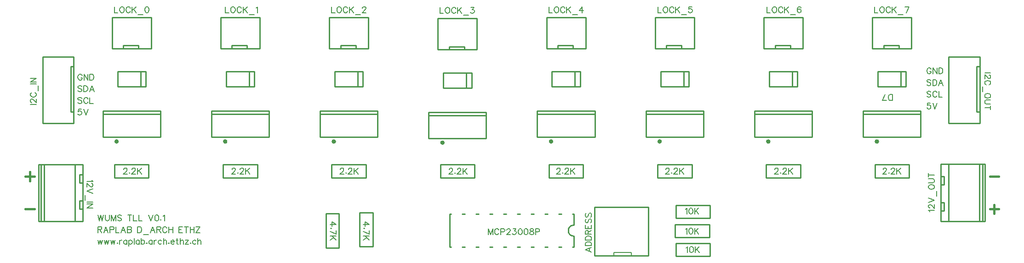
<source format=gto>
G04 Layer: TopSilkLayer*
G04 EasyEDA v6.4.25, 2021-12-20T13:39:12+01:00*
G04 63a1d32c011d494aaade838ba407243e,51d3ad7738a14b0e94bcfea3d2f56fdc,10*
G04 Gerber Generator version 0.2*
G04 Scale: 100 percent, Rotated: No, Reflected: No *
G04 Dimensions in millimeters *
G04 leading zeros omitted , absolute positions ,4 integer and 5 decimal *
%FSLAX45Y45*%
%MOMM*%

%ADD10C,0.2540*%
%ADD18C,0.1500*%
%ADD19C,0.4000*%
%ADD20C,0.4030*%
%ADD21C,0.2000*%
%ADD22C,0.1524*%

%LPD*%
D20*
X16783811Y-3882897D02*
G01*
X16783811Y-3719321D01*
X16865600Y-3801110D02*
G01*
X16702024Y-3801110D01*
X16865600Y-3197860D02*
G01*
X16702024Y-3197860D01*
D21*
X15622777Y-1218692D02*
G01*
X15617443Y-1208278D01*
X15607029Y-1197863D01*
X15596870Y-1192784D01*
X15576041Y-1192784D01*
X15565627Y-1197863D01*
X15555213Y-1208278D01*
X15549879Y-1218692D01*
X15544800Y-1234439D01*
X15544800Y-1260347D01*
X15549879Y-1275842D01*
X15555213Y-1286255D01*
X15565627Y-1296670D01*
X15576041Y-1301750D01*
X15596870Y-1301750D01*
X15607029Y-1296670D01*
X15617443Y-1286255D01*
X15622777Y-1275842D01*
X15622777Y-1260347D01*
X15596870Y-1260347D02*
G01*
X15622777Y-1260347D01*
X15657068Y-1192784D02*
G01*
X15657068Y-1301750D01*
X15657068Y-1192784D02*
G01*
X15729711Y-1301750D01*
X15729711Y-1192784D02*
G01*
X15729711Y-1301750D01*
X15764002Y-1192784D02*
G01*
X15764002Y-1301750D01*
X15764002Y-1192784D02*
G01*
X15800324Y-1192784D01*
X15816072Y-1197863D01*
X15826486Y-1208278D01*
X15831566Y-1218692D01*
X15836900Y-1234439D01*
X15836900Y-1260347D01*
X15831566Y-1275842D01*
X15826486Y-1286255D01*
X15816072Y-1296670D01*
X15800324Y-1301750D01*
X15764002Y-1301750D01*
X15617443Y-1424178D02*
G01*
X15607029Y-1413763D01*
X15591536Y-1408684D01*
X15570708Y-1408684D01*
X15555213Y-1413763D01*
X15544800Y-1424178D01*
X15544800Y-1434592D01*
X15549879Y-1445005D01*
X15555213Y-1450339D01*
X15565627Y-1455420D01*
X15596870Y-1465834D01*
X15607029Y-1470913D01*
X15612363Y-1476247D01*
X15617443Y-1486662D01*
X15617443Y-1502155D01*
X15607029Y-1512570D01*
X15591536Y-1517650D01*
X15570708Y-1517650D01*
X15555213Y-1512570D01*
X15544800Y-1502155D01*
X15651734Y-1408684D02*
G01*
X15651734Y-1517650D01*
X15651734Y-1408684D02*
G01*
X15688309Y-1408684D01*
X15703804Y-1413763D01*
X15714218Y-1424178D01*
X15719297Y-1434592D01*
X15724631Y-1450339D01*
X15724631Y-1476247D01*
X15719297Y-1491742D01*
X15714218Y-1502155D01*
X15703804Y-1512570D01*
X15688309Y-1517650D01*
X15651734Y-1517650D01*
X15800324Y-1408684D02*
G01*
X15758922Y-1517650D01*
X15800324Y-1408684D02*
G01*
X15841979Y-1517650D01*
X15774416Y-1481328D02*
G01*
X15826486Y-1481328D01*
X15617443Y-1640078D02*
G01*
X15607029Y-1629663D01*
X15591536Y-1624584D01*
X15570708Y-1624584D01*
X15555213Y-1629663D01*
X15544800Y-1640078D01*
X15544800Y-1650492D01*
X15549879Y-1660905D01*
X15555213Y-1666239D01*
X15565627Y-1671320D01*
X15596870Y-1681734D01*
X15607029Y-1686813D01*
X15612363Y-1692147D01*
X15617443Y-1702562D01*
X15617443Y-1718055D01*
X15607029Y-1728470D01*
X15591536Y-1733550D01*
X15570708Y-1733550D01*
X15555213Y-1728470D01*
X15544800Y-1718055D01*
X15729711Y-1650492D02*
G01*
X15724631Y-1640078D01*
X15714218Y-1629663D01*
X15703804Y-1624584D01*
X15682975Y-1624584D01*
X15672561Y-1629663D01*
X15662147Y-1640078D01*
X15657068Y-1650492D01*
X15651734Y-1666239D01*
X15651734Y-1692147D01*
X15657068Y-1707642D01*
X15662147Y-1718055D01*
X15672561Y-1728470D01*
X15682975Y-1733550D01*
X15703804Y-1733550D01*
X15714218Y-1728470D01*
X15724631Y-1718055D01*
X15729711Y-1707642D01*
X15764002Y-1624584D02*
G01*
X15764002Y-1733550D01*
X15764002Y-1733550D02*
G01*
X15826486Y-1733550D01*
X15607029Y-1840484D02*
G01*
X15555213Y-1840484D01*
X15549879Y-1887220D01*
X15555213Y-1882139D01*
X15570708Y-1876805D01*
X15586456Y-1876805D01*
X15601950Y-1882139D01*
X15612363Y-1892300D01*
X15617443Y-1908047D01*
X15617443Y-1918462D01*
X15612363Y-1933955D01*
X15601950Y-1944370D01*
X15586456Y-1949450D01*
X15570708Y-1949450D01*
X15555213Y-1944370D01*
X15549879Y-1939289D01*
X15544800Y-1928876D01*
X15651734Y-1840484D02*
G01*
X15693390Y-1949450D01*
X15735045Y-1840484D02*
G01*
X15693390Y-1949450D01*
X-10921Y-1332992D02*
G01*
X-16255Y-1322578D01*
X-26670Y-1312163D01*
X-36829Y-1307084D01*
X-57657Y-1307084D01*
X-68071Y-1312163D01*
X-78486Y-1322578D01*
X-83820Y-1332992D01*
X-88900Y-1348739D01*
X-88900Y-1374647D01*
X-83820Y-1390142D01*
X-78486Y-1400555D01*
X-68071Y-1410970D01*
X-57657Y-1416050D01*
X-36829Y-1416050D01*
X-26670Y-1410970D01*
X-16255Y-1400555D01*
X-10921Y-1390142D01*
X-10921Y-1374647D01*
X-36829Y-1374647D02*
G01*
X-10921Y-1374647D01*
X23368Y-1307084D02*
G01*
X23368Y-1416050D01*
X23368Y-1307084D02*
G01*
X96012Y-1416050D01*
X96012Y-1307084D02*
G01*
X96012Y-1416050D01*
X130302Y-1307084D02*
G01*
X130302Y-1416050D01*
X130302Y-1307084D02*
G01*
X166623Y-1307084D01*
X182371Y-1312163D01*
X192786Y-1322578D01*
X197865Y-1332992D01*
X203200Y-1348739D01*
X203200Y-1374647D01*
X197865Y-1390142D01*
X192786Y-1400555D01*
X182371Y-1410970D01*
X166623Y-1416050D01*
X130302Y-1416050D01*
X-16255Y-1538478D02*
G01*
X-26670Y-1528063D01*
X-42163Y-1522984D01*
X-62992Y-1522984D01*
X-78486Y-1528063D01*
X-88900Y-1538478D01*
X-88900Y-1548892D01*
X-83820Y-1559305D01*
X-78486Y-1564639D01*
X-68071Y-1569720D01*
X-36829Y-1580134D01*
X-26670Y-1585213D01*
X-21336Y-1590547D01*
X-16255Y-1600962D01*
X-16255Y-1616455D01*
X-26670Y-1626870D01*
X-42163Y-1631950D01*
X-62992Y-1631950D01*
X-78486Y-1626870D01*
X-88900Y-1616455D01*
X18034Y-1522984D02*
G01*
X18034Y-1631950D01*
X18034Y-1522984D02*
G01*
X54610Y-1522984D01*
X70104Y-1528063D01*
X80518Y-1538478D01*
X85597Y-1548892D01*
X90931Y-1564639D01*
X90931Y-1590547D01*
X85597Y-1606042D01*
X80518Y-1616455D01*
X70104Y-1626870D01*
X54610Y-1631950D01*
X18034Y-1631950D01*
X166623Y-1522984D02*
G01*
X125221Y-1631950D01*
X166623Y-1522984D02*
G01*
X208279Y-1631950D01*
X140715Y-1595628D02*
G01*
X192786Y-1595628D01*
X-16255Y-1754378D02*
G01*
X-26670Y-1743963D01*
X-42163Y-1738884D01*
X-62992Y-1738884D01*
X-78486Y-1743963D01*
X-88900Y-1754378D01*
X-88900Y-1764792D01*
X-83820Y-1775205D01*
X-78486Y-1780539D01*
X-68071Y-1785620D01*
X-36829Y-1796034D01*
X-26670Y-1801113D01*
X-21336Y-1806447D01*
X-16255Y-1816862D01*
X-16255Y-1832355D01*
X-26670Y-1842770D01*
X-42163Y-1847850D01*
X-62992Y-1847850D01*
X-78486Y-1842770D01*
X-88900Y-1832355D01*
X96012Y-1764792D02*
G01*
X90931Y-1754378D01*
X80518Y-1743963D01*
X70104Y-1738884D01*
X49276Y-1738884D01*
X38862Y-1743963D01*
X28447Y-1754378D01*
X23368Y-1764792D01*
X18034Y-1780539D01*
X18034Y-1806447D01*
X23368Y-1821942D01*
X28447Y-1832355D01*
X38862Y-1842770D01*
X49276Y-1847850D01*
X70104Y-1847850D01*
X80518Y-1842770D01*
X90931Y-1832355D01*
X96012Y-1821942D01*
X130302Y-1738884D02*
G01*
X130302Y-1847850D01*
X130302Y-1847850D02*
G01*
X192786Y-1847850D01*
X-26670Y-1954784D02*
G01*
X-78486Y-1954784D01*
X-83820Y-2001520D01*
X-78486Y-1996439D01*
X-62992Y-1991105D01*
X-47244Y-1991105D01*
X-31750Y-1996439D01*
X-21336Y-2006600D01*
X-16255Y-2022347D01*
X-16255Y-2032762D01*
X-21336Y-2048255D01*
X-31750Y-2058670D01*
X-47244Y-2063750D01*
X-62992Y-2063750D01*
X-78486Y-2058670D01*
X-83820Y-2053589D01*
X-88900Y-2043176D01*
X18034Y-1954784D02*
G01*
X59689Y-2063750D01*
X101345Y-1954784D02*
G01*
X59689Y-2063750D01*
D20*
X-972312Y-3114802D02*
G01*
X-972312Y-3278378D01*
X-1054100Y-3196589D02*
G01*
X-890523Y-3196589D01*
X-1054100Y-3799839D02*
G01*
X-890523Y-3799839D01*
D21*
X279400Y-3910584D02*
G01*
X305307Y-4019550D01*
X331470Y-3910584D02*
G01*
X305307Y-4019550D01*
X331470Y-3910584D02*
G01*
X357378Y-4019550D01*
X383286Y-3910584D02*
G01*
X357378Y-4019550D01*
X417576Y-3910584D02*
G01*
X417576Y-3988562D01*
X422910Y-4004055D01*
X433070Y-4014470D01*
X448818Y-4019550D01*
X459231Y-4019550D01*
X474726Y-4014470D01*
X485139Y-4004055D01*
X490220Y-3988562D01*
X490220Y-3910584D01*
X524510Y-3910584D02*
G01*
X524510Y-4019550D01*
X524510Y-3910584D02*
G01*
X566165Y-4019550D01*
X607821Y-3910584D02*
G01*
X566165Y-4019550D01*
X607821Y-3910584D02*
G01*
X607821Y-4019550D01*
X714755Y-3926078D02*
G01*
X704342Y-3915663D01*
X688847Y-3910584D01*
X668020Y-3910584D01*
X652526Y-3915663D01*
X642112Y-3926078D01*
X642112Y-3936492D01*
X647192Y-3946905D01*
X652526Y-3952239D01*
X662939Y-3957320D01*
X693928Y-3967734D01*
X704342Y-3972813D01*
X709676Y-3978147D01*
X714755Y-3988562D01*
X714755Y-4004055D01*
X704342Y-4014470D01*
X688847Y-4019550D01*
X668020Y-4019550D01*
X652526Y-4014470D01*
X642112Y-4004055D01*
X865378Y-3910584D02*
G01*
X865378Y-4019550D01*
X829055Y-3910584D02*
G01*
X901700Y-3910584D01*
X935989Y-3910584D02*
G01*
X935989Y-4019550D01*
X935989Y-4019550D02*
G01*
X998473Y-4019550D01*
X1032763Y-3910584D02*
G01*
X1032763Y-4019550D01*
X1032763Y-4019550D02*
G01*
X1094994Y-4019550D01*
X1209294Y-3910584D02*
G01*
X1250950Y-4019550D01*
X1292605Y-3910584D02*
G01*
X1250950Y-4019550D01*
X1357884Y-3910584D02*
G01*
X1342389Y-3915663D01*
X1331976Y-3931412D01*
X1326895Y-3957320D01*
X1326895Y-3972813D01*
X1331976Y-3998976D01*
X1342389Y-4014470D01*
X1357884Y-4019550D01*
X1368297Y-4019550D01*
X1384045Y-4014470D01*
X1394460Y-3998976D01*
X1399539Y-3972813D01*
X1399539Y-3957320D01*
X1394460Y-3931412D01*
X1384045Y-3915663D01*
X1368297Y-3910584D01*
X1357884Y-3910584D01*
X1438910Y-3993642D02*
G01*
X1433829Y-3998976D01*
X1438910Y-4004055D01*
X1444244Y-3998976D01*
X1438910Y-3993642D01*
X1478534Y-3931412D02*
G01*
X1488947Y-3926078D01*
X1504442Y-3910584D01*
X1504442Y-4019550D01*
X279400Y-4126484D02*
G01*
X279400Y-4235450D01*
X279400Y-4126484D02*
G01*
X326136Y-4126484D01*
X341629Y-4131563D01*
X346963Y-4136897D01*
X352044Y-4147312D01*
X352044Y-4157726D01*
X346963Y-4168139D01*
X341629Y-4173220D01*
X326136Y-4178300D01*
X279400Y-4178300D01*
X315721Y-4178300D02*
G01*
X352044Y-4235450D01*
X427989Y-4126484D02*
G01*
X386334Y-4235450D01*
X427989Y-4126484D02*
G01*
X469645Y-4235450D01*
X402081Y-4199128D02*
G01*
X453897Y-4199128D01*
X503936Y-4126484D02*
G01*
X503936Y-4235450D01*
X503936Y-4126484D02*
G01*
X550671Y-4126484D01*
X566165Y-4131563D01*
X571500Y-4136897D01*
X576579Y-4147312D01*
X576579Y-4162805D01*
X571500Y-4173220D01*
X566165Y-4178300D01*
X550671Y-4183634D01*
X503936Y-4183634D01*
X610870Y-4126484D02*
G01*
X610870Y-4235450D01*
X610870Y-4235450D02*
G01*
X673100Y-4235450D01*
X749045Y-4126484D02*
G01*
X707389Y-4235450D01*
X749045Y-4126484D02*
G01*
X790702Y-4235450D01*
X723137Y-4199128D02*
G01*
X774954Y-4199128D01*
X824992Y-4126484D02*
G01*
X824992Y-4235450D01*
X824992Y-4126484D02*
G01*
X871728Y-4126484D01*
X887221Y-4131563D01*
X892555Y-4136897D01*
X897636Y-4147312D01*
X897636Y-4157726D01*
X892555Y-4168139D01*
X887221Y-4173220D01*
X871728Y-4178300D01*
X824992Y-4178300D02*
G01*
X871728Y-4178300D01*
X887221Y-4183634D01*
X892555Y-4188713D01*
X897636Y-4199128D01*
X897636Y-4214876D01*
X892555Y-4225289D01*
X887221Y-4230370D01*
X871728Y-4235450D01*
X824992Y-4235450D01*
X1011936Y-4126484D02*
G01*
X1011936Y-4235450D01*
X1011936Y-4126484D02*
G01*
X1048257Y-4126484D01*
X1064005Y-4131563D01*
X1074420Y-4141978D01*
X1079500Y-4152392D01*
X1084579Y-4168139D01*
X1084579Y-4194047D01*
X1079500Y-4209542D01*
X1074420Y-4219955D01*
X1064005Y-4230370D01*
X1048257Y-4235450D01*
X1011936Y-4235450D01*
X1118870Y-4272026D02*
G01*
X1212595Y-4272026D01*
X1288287Y-4126484D02*
G01*
X1246886Y-4235450D01*
X1288287Y-4126484D02*
G01*
X1329944Y-4235450D01*
X1262379Y-4199128D02*
G01*
X1314450Y-4199128D01*
X1364234Y-4126484D02*
G01*
X1364234Y-4235450D01*
X1364234Y-4126484D02*
G01*
X1410970Y-4126484D01*
X1426463Y-4131563D01*
X1431797Y-4136897D01*
X1436878Y-4147312D01*
X1436878Y-4157726D01*
X1431797Y-4168139D01*
X1426463Y-4173220D01*
X1410970Y-4178300D01*
X1364234Y-4178300D01*
X1400555Y-4178300D02*
G01*
X1436878Y-4235450D01*
X1549145Y-4152392D02*
G01*
X1544065Y-4141978D01*
X1533652Y-4131563D01*
X1523237Y-4126484D01*
X1502410Y-4126484D01*
X1491995Y-4131563D01*
X1481581Y-4141978D01*
X1476502Y-4152392D01*
X1471168Y-4168139D01*
X1471168Y-4194047D01*
X1476502Y-4209542D01*
X1481581Y-4219955D01*
X1491995Y-4230370D01*
X1502410Y-4235450D01*
X1523237Y-4235450D01*
X1533652Y-4230370D01*
X1544065Y-4219955D01*
X1549145Y-4209542D01*
X1583436Y-4126484D02*
G01*
X1583436Y-4235450D01*
X1656079Y-4126484D02*
G01*
X1656079Y-4235450D01*
X1583436Y-4178300D02*
G01*
X1656079Y-4178300D01*
X1770379Y-4126484D02*
G01*
X1770379Y-4235450D01*
X1770379Y-4126484D02*
G01*
X1837944Y-4126484D01*
X1770379Y-4178300D02*
G01*
X1812036Y-4178300D01*
X1770379Y-4235450D02*
G01*
X1837944Y-4235450D01*
X1908810Y-4126484D02*
G01*
X1908810Y-4235450D01*
X1872234Y-4126484D02*
G01*
X1945131Y-4126484D01*
X1979422Y-4126484D02*
G01*
X1979422Y-4235450D01*
X2052065Y-4126484D02*
G01*
X2052065Y-4235450D01*
X1979422Y-4178300D02*
G01*
X2052065Y-4178300D01*
X2159000Y-4126484D02*
G01*
X2086356Y-4235450D01*
X2086356Y-4126484D02*
G01*
X2159000Y-4126484D01*
X2086356Y-4235450D02*
G01*
X2159000Y-4235450D01*
X279400Y-4378705D02*
G01*
X300228Y-4451350D01*
X321055Y-4378705D02*
G01*
X300228Y-4451350D01*
X321055Y-4378705D02*
G01*
X341629Y-4451350D01*
X362457Y-4378705D02*
G01*
X341629Y-4451350D01*
X396747Y-4378705D02*
G01*
X417576Y-4451350D01*
X438404Y-4378705D02*
G01*
X417576Y-4451350D01*
X438404Y-4378705D02*
G01*
X459231Y-4451350D01*
X480060Y-4378705D02*
G01*
X459231Y-4451350D01*
X514350Y-4378705D02*
G01*
X534923Y-4451350D01*
X555752Y-4378705D02*
G01*
X534923Y-4451350D01*
X555752Y-4378705D02*
G01*
X576579Y-4451350D01*
X597407Y-4378705D02*
G01*
X576579Y-4451350D01*
X636778Y-4425442D02*
G01*
X631697Y-4430776D01*
X636778Y-4435855D01*
X642112Y-4430776D01*
X636778Y-4425442D01*
X676402Y-4378705D02*
G01*
X676402Y-4451350D01*
X676402Y-4409947D02*
G01*
X681481Y-4394200D01*
X691895Y-4384039D01*
X702310Y-4378705D01*
X717804Y-4378705D01*
X814578Y-4378705D02*
G01*
X814578Y-4451350D01*
X814578Y-4394200D02*
G01*
X804163Y-4384039D01*
X793750Y-4378705D01*
X778255Y-4378705D01*
X767842Y-4384039D01*
X757428Y-4394200D01*
X752094Y-4409947D01*
X752094Y-4420362D01*
X757428Y-4435855D01*
X767842Y-4446270D01*
X778255Y-4451350D01*
X793750Y-4451350D01*
X804163Y-4446270D01*
X814578Y-4435855D01*
X848868Y-4378705D02*
G01*
X848868Y-4487926D01*
X848868Y-4394200D02*
G01*
X859281Y-4384039D01*
X869695Y-4378705D01*
X885189Y-4378705D01*
X895604Y-4384039D01*
X906018Y-4394200D01*
X911097Y-4409947D01*
X911097Y-4420362D01*
X906018Y-4435855D01*
X895604Y-4446270D01*
X885189Y-4451350D01*
X869695Y-4451350D01*
X859281Y-4446270D01*
X848868Y-4435855D01*
X945387Y-4342384D02*
G01*
X945387Y-4451350D01*
X1042162Y-4378705D02*
G01*
X1042162Y-4451350D01*
X1042162Y-4394200D02*
G01*
X1031747Y-4384039D01*
X1021334Y-4378705D01*
X1005839Y-4378705D01*
X995426Y-4384039D01*
X985012Y-4394200D01*
X979678Y-4409947D01*
X979678Y-4420362D01*
X985012Y-4435855D01*
X995426Y-4446270D01*
X1005839Y-4451350D01*
X1021334Y-4451350D01*
X1031747Y-4446270D01*
X1042162Y-4435855D01*
X1076452Y-4342384D02*
G01*
X1076452Y-4451350D01*
X1076452Y-4394200D02*
G01*
X1086865Y-4384039D01*
X1097279Y-4378705D01*
X1112773Y-4378705D01*
X1123187Y-4384039D01*
X1133602Y-4394200D01*
X1138681Y-4409947D01*
X1138681Y-4420362D01*
X1133602Y-4435855D01*
X1123187Y-4446270D01*
X1112773Y-4451350D01*
X1097279Y-4451350D01*
X1086865Y-4446270D01*
X1076452Y-4435855D01*
X1178305Y-4425442D02*
G01*
X1172971Y-4430776D01*
X1178305Y-4435855D01*
X1183386Y-4430776D01*
X1178305Y-4425442D01*
X1280160Y-4378705D02*
G01*
X1280160Y-4451350D01*
X1280160Y-4394200D02*
G01*
X1269745Y-4384039D01*
X1259331Y-4378705D01*
X1243584Y-4378705D01*
X1233170Y-4384039D01*
X1223010Y-4394200D01*
X1217676Y-4409947D01*
X1217676Y-4420362D01*
X1223010Y-4435855D01*
X1233170Y-4446270D01*
X1243584Y-4451350D01*
X1259331Y-4451350D01*
X1269745Y-4446270D01*
X1280160Y-4435855D01*
X1314450Y-4378705D02*
G01*
X1314450Y-4451350D01*
X1314450Y-4409947D02*
G01*
X1319529Y-4394200D01*
X1329944Y-4384039D01*
X1340357Y-4378705D01*
X1355852Y-4378705D01*
X1452626Y-4394200D02*
G01*
X1442212Y-4384039D01*
X1431797Y-4378705D01*
X1416050Y-4378705D01*
X1405889Y-4384039D01*
X1395476Y-4394200D01*
X1390142Y-4409947D01*
X1390142Y-4420362D01*
X1395476Y-4435855D01*
X1405889Y-4446270D01*
X1416050Y-4451350D01*
X1431797Y-4451350D01*
X1442212Y-4446270D01*
X1452626Y-4435855D01*
X1486915Y-4342384D02*
G01*
X1486915Y-4451350D01*
X1486915Y-4399534D02*
G01*
X1502410Y-4384039D01*
X1512823Y-4378705D01*
X1528318Y-4378705D01*
X1538731Y-4384039D01*
X1544065Y-4399534D01*
X1544065Y-4451350D01*
X1583436Y-4425442D02*
G01*
X1578355Y-4430776D01*
X1583436Y-4435855D01*
X1588770Y-4430776D01*
X1583436Y-4425442D01*
X1623060Y-4409947D02*
G01*
X1685289Y-4409947D01*
X1685289Y-4399534D01*
X1680210Y-4389120D01*
X1674876Y-4384039D01*
X1664462Y-4378705D01*
X1648968Y-4378705D01*
X1638554Y-4384039D01*
X1628139Y-4394200D01*
X1623060Y-4409947D01*
X1623060Y-4420362D01*
X1628139Y-4435855D01*
X1638554Y-4446270D01*
X1648968Y-4451350D01*
X1664462Y-4451350D01*
X1674876Y-4446270D01*
X1685289Y-4435855D01*
X1735073Y-4342384D02*
G01*
X1735073Y-4430776D01*
X1740407Y-4446270D01*
X1750821Y-4451350D01*
X1761236Y-4451350D01*
X1719579Y-4378705D02*
G01*
X1755902Y-4378705D01*
X1795526Y-4342384D02*
G01*
X1795526Y-4451350D01*
X1795526Y-4399534D02*
G01*
X1811020Y-4384039D01*
X1821434Y-4378705D01*
X1836928Y-4378705D01*
X1847342Y-4384039D01*
X1852676Y-4399534D01*
X1852676Y-4451350D01*
X1944115Y-4378705D02*
G01*
X1886965Y-4451350D01*
X1886965Y-4378705D02*
G01*
X1944115Y-4378705D01*
X1886965Y-4451350D02*
G01*
X1944115Y-4451350D01*
X1983486Y-4425442D02*
G01*
X1978406Y-4430776D01*
X1983486Y-4435855D01*
X1988820Y-4430776D01*
X1983486Y-4425442D01*
X2085340Y-4394200D02*
G01*
X2074925Y-4384039D01*
X2064511Y-4378705D01*
X2049018Y-4378705D01*
X2038604Y-4384039D01*
X2028190Y-4394200D01*
X2023109Y-4409947D01*
X2023109Y-4420362D01*
X2028190Y-4435855D01*
X2038604Y-4446270D01*
X2049018Y-4451350D01*
X2064511Y-4451350D01*
X2074925Y-4446270D01*
X2085340Y-4435855D01*
X2119629Y-4342384D02*
G01*
X2119629Y-4451350D01*
X2119629Y-4399534D02*
G01*
X2135124Y-4384039D01*
X2145538Y-4378705D01*
X2161286Y-4378705D01*
X2171700Y-4384039D01*
X2176779Y-4399534D01*
X2176779Y-4451350D01*
D22*
X166080Y-3262406D02*
G01*
X171414Y-3272820D01*
X186908Y-3288314D01*
X77942Y-3288314D01*
X161000Y-3327938D02*
G01*
X166080Y-3327938D01*
X176494Y-3333018D01*
X181828Y-3338352D01*
X186908Y-3348766D01*
X186908Y-3369340D01*
X181828Y-3379754D01*
X176494Y-3385088D01*
X166080Y-3390168D01*
X155666Y-3390168D01*
X145252Y-3385088D01*
X129758Y-3374674D01*
X77942Y-3322604D01*
X77942Y-3395502D01*
X186908Y-3429792D02*
G01*
X77942Y-3471194D01*
X186908Y-3512850D02*
G01*
X77942Y-3471194D01*
X41366Y-3547140D02*
G01*
X41366Y-3640612D01*
X186908Y-3674902D02*
G01*
X77942Y-3674902D01*
X186908Y-3709192D02*
G01*
X77942Y-3709192D01*
X186908Y-3709192D02*
G01*
X77942Y-3781836D01*
X186908Y-3781836D02*
G01*
X77942Y-3781836D01*
X15594619Y-3846601D02*
G01*
X15589285Y-3836187D01*
X15573791Y-3820693D01*
X15682757Y-3820693D01*
X15599699Y-3781069D02*
G01*
X15594619Y-3781069D01*
X15584205Y-3775989D01*
X15578871Y-3770655D01*
X15573791Y-3760241D01*
X15573791Y-3739667D01*
X15578871Y-3729253D01*
X15584205Y-3723919D01*
X15594619Y-3718839D01*
X15605033Y-3718839D01*
X15615447Y-3723919D01*
X15630941Y-3734333D01*
X15682757Y-3786403D01*
X15682757Y-3713505D01*
X15573791Y-3679215D02*
G01*
X15682757Y-3637813D01*
X15573791Y-3596157D02*
G01*
X15682757Y-3637813D01*
X15719333Y-3561867D02*
G01*
X15719333Y-3468395D01*
X15573791Y-3402863D02*
G01*
X15578871Y-3413277D01*
X15589285Y-3423691D01*
X15599699Y-3428771D01*
X15615447Y-3434105D01*
X15641355Y-3434105D01*
X15656849Y-3428771D01*
X15667263Y-3423691D01*
X15677677Y-3413277D01*
X15682757Y-3402863D01*
X15682757Y-3382035D01*
X15677677Y-3371621D01*
X15667263Y-3361461D01*
X15656849Y-3356127D01*
X15641355Y-3351047D01*
X15615447Y-3351047D01*
X15599699Y-3356127D01*
X15589285Y-3361461D01*
X15578871Y-3371621D01*
X15573791Y-3382035D01*
X15573791Y-3402863D01*
X15573791Y-3316757D02*
G01*
X15651769Y-3316757D01*
X15667263Y-3311423D01*
X15677677Y-3301009D01*
X15682757Y-3285515D01*
X15682757Y-3275101D01*
X15677677Y-3259607D01*
X15667263Y-3249193D01*
X15651769Y-3243859D01*
X15573791Y-3243859D01*
X15573791Y-3173247D02*
G01*
X15682757Y-3173247D01*
X15573791Y-3209569D02*
G01*
X15573791Y-3136925D01*
X14906350Y-1794715D02*
G01*
X14906350Y-1685749D01*
X14906350Y-1794715D02*
G01*
X14870028Y-1794715D01*
X14854280Y-1789635D01*
X14844120Y-1779221D01*
X14838786Y-1768807D01*
X14833706Y-1753059D01*
X14833706Y-1727151D01*
X14838786Y-1711657D01*
X14844120Y-1701243D01*
X14854280Y-1690829D01*
X14870028Y-1685749D01*
X14906350Y-1685749D01*
X14726518Y-1794715D02*
G01*
X14778588Y-1685749D01*
X14799416Y-1794715D02*
G01*
X14726518Y-1794715D01*
X9257284Y-4555744D02*
G01*
X9366250Y-4597400D01*
X9257284Y-4555744D02*
G01*
X9366250Y-4514342D01*
X9329927Y-4581905D02*
G01*
X9329927Y-4529836D01*
X9257284Y-4480052D02*
G01*
X9366250Y-4480052D01*
X9257284Y-4480052D02*
G01*
X9257284Y-4443729D01*
X9262363Y-4427981D01*
X9272777Y-4417568D01*
X9283191Y-4412487D01*
X9298940Y-4407154D01*
X9324847Y-4407154D01*
X9340341Y-4412487D01*
X9350756Y-4417568D01*
X9361170Y-4427981D01*
X9366250Y-4443729D01*
X9366250Y-4480052D01*
X9257284Y-4372863D02*
G01*
X9366250Y-4372863D01*
X9257284Y-4372863D02*
G01*
X9257284Y-4336542D01*
X9262363Y-4321047D01*
X9272777Y-4310634D01*
X9283191Y-4305300D01*
X9298940Y-4300220D01*
X9324847Y-4300220D01*
X9340341Y-4305300D01*
X9350756Y-4310634D01*
X9361170Y-4321047D01*
X9366250Y-4336542D01*
X9366250Y-4372863D01*
X9257284Y-4265929D02*
G01*
X9366250Y-4265929D01*
X9257284Y-4265929D02*
G01*
X9257284Y-4219194D01*
X9262363Y-4203700D01*
X9267697Y-4198365D01*
X9278111Y-4193286D01*
X9288525Y-4193286D01*
X9298940Y-4198365D01*
X9304020Y-4203700D01*
X9309100Y-4219194D01*
X9309100Y-4265929D01*
X9309100Y-4229607D02*
G01*
X9366250Y-4193286D01*
X9257284Y-4158995D02*
G01*
X9366250Y-4158995D01*
X9257284Y-4158995D02*
G01*
X9257284Y-4091431D01*
X9309100Y-4158995D02*
G01*
X9309100Y-4117339D01*
X9366250Y-4158995D02*
G01*
X9366250Y-4091431D01*
X9272777Y-3984244D02*
G01*
X9262363Y-3994657D01*
X9257284Y-4010405D01*
X9257284Y-4030979D01*
X9262363Y-4046728D01*
X9272777Y-4057142D01*
X9283191Y-4057142D01*
X9293606Y-4051807D01*
X9298940Y-4046728D01*
X9304020Y-4036313D01*
X9314434Y-4005071D01*
X9319513Y-3994657D01*
X9324847Y-3989578D01*
X9335261Y-3984244D01*
X9350756Y-3984244D01*
X9361170Y-3994657D01*
X9366250Y-4010405D01*
X9366250Y-4030979D01*
X9361170Y-4046728D01*
X9350756Y-4057142D01*
X9272777Y-3877310D02*
G01*
X9262363Y-3887723D01*
X9257284Y-3903218D01*
X9257284Y-3924045D01*
X9262363Y-3939539D01*
X9272777Y-3949954D01*
X9283191Y-3949954D01*
X9293606Y-3944873D01*
X9298940Y-3939539D01*
X9304020Y-3929379D01*
X9314434Y-3898137D01*
X9319513Y-3887723D01*
X9324847Y-3882389D01*
X9335261Y-3877310D01*
X9350756Y-3877310D01*
X9361170Y-3887723D01*
X9366250Y-3903218D01*
X9366250Y-3924045D01*
X9361170Y-3939539D01*
X9350756Y-3949954D01*
X-964211Y-1870410D02*
G01*
X-855245Y-1870410D01*
X-938303Y-1831040D02*
G01*
X-943383Y-1831040D01*
X-953797Y-1825706D01*
X-959131Y-1820626D01*
X-964211Y-1810212D01*
X-964211Y-1789384D01*
X-959131Y-1778970D01*
X-953797Y-1773890D01*
X-943383Y-1768556D01*
X-932969Y-1768556D01*
X-922555Y-1773890D01*
X-907061Y-1784050D01*
X-855245Y-1836120D01*
X-855245Y-1763476D01*
X-938303Y-1651208D02*
G01*
X-948717Y-1656288D01*
X-959131Y-1666702D01*
X-964211Y-1677116D01*
X-964211Y-1697944D01*
X-959131Y-1708358D01*
X-948717Y-1718772D01*
X-938303Y-1723852D01*
X-922555Y-1729186D01*
X-896647Y-1729186D01*
X-881153Y-1723852D01*
X-870739Y-1718772D01*
X-860325Y-1708358D01*
X-855245Y-1697944D01*
X-855245Y-1677116D01*
X-860325Y-1666702D01*
X-870739Y-1656288D01*
X-881153Y-1651208D01*
X-818669Y-1616918D02*
G01*
X-818669Y-1523446D01*
X-964211Y-1489156D02*
G01*
X-855245Y-1489156D01*
X-964211Y-1454866D02*
G01*
X-855245Y-1454866D01*
X-964211Y-1454866D02*
G01*
X-855245Y-1381968D01*
X-964211Y-1381968D02*
G01*
X-855245Y-1381968D01*
X16717411Y-1286192D02*
G01*
X16608445Y-1286192D01*
X16691503Y-1325562D02*
G01*
X16696583Y-1325562D01*
X16706997Y-1330896D01*
X16712331Y-1335976D01*
X16717411Y-1346390D01*
X16717411Y-1367218D01*
X16712331Y-1377632D01*
X16706997Y-1382712D01*
X16696583Y-1388046D01*
X16686169Y-1388046D01*
X16675755Y-1382712D01*
X16660261Y-1372552D01*
X16608445Y-1320482D01*
X16608445Y-1393126D01*
X16691503Y-1505394D02*
G01*
X16701917Y-1500314D01*
X16712331Y-1489900D01*
X16717411Y-1479486D01*
X16717411Y-1458658D01*
X16712331Y-1448244D01*
X16701917Y-1437830D01*
X16691503Y-1432750D01*
X16675755Y-1427416D01*
X16649847Y-1427416D01*
X16634353Y-1432750D01*
X16623939Y-1437830D01*
X16613525Y-1448244D01*
X16608445Y-1458658D01*
X16608445Y-1479486D01*
X16613525Y-1489900D01*
X16623939Y-1500314D01*
X16634353Y-1505394D01*
X16571869Y-1539684D02*
G01*
X16571869Y-1633156D01*
X16717411Y-1698688D02*
G01*
X16712331Y-1688274D01*
X16701917Y-1677860D01*
X16691503Y-1672780D01*
X16675755Y-1667446D01*
X16649847Y-1667446D01*
X16634353Y-1672780D01*
X16623939Y-1677860D01*
X16613525Y-1688274D01*
X16608445Y-1698688D01*
X16608445Y-1719516D01*
X16613525Y-1729930D01*
X16623939Y-1740344D01*
X16634353Y-1745424D01*
X16649847Y-1750758D01*
X16675755Y-1750758D01*
X16691503Y-1745424D01*
X16701917Y-1740344D01*
X16712331Y-1729930D01*
X16717411Y-1719516D01*
X16717411Y-1698688D01*
X16717411Y-1785048D02*
G01*
X16639433Y-1785048D01*
X16623939Y-1790128D01*
X16613525Y-1800542D01*
X16608445Y-1816036D01*
X16608445Y-1826450D01*
X16613525Y-1842198D01*
X16623939Y-1852612D01*
X16639433Y-1857692D01*
X16717411Y-1857692D01*
X16717411Y-1928304D02*
G01*
X16608445Y-1928304D01*
X16717411Y-1891982D02*
G01*
X16717411Y-1964626D01*
X584202Y-62484D02*
G01*
X584202Y-171450D01*
X584202Y-171450D02*
G01*
X646432Y-171450D01*
X711964Y-62484D02*
G01*
X701550Y-67563D01*
X691136Y-77978D01*
X686056Y-88392D01*
X680722Y-104139D01*
X680722Y-130047D01*
X686056Y-145542D01*
X691136Y-155955D01*
X701550Y-166370D01*
X711964Y-171450D01*
X732792Y-171450D01*
X743206Y-166370D01*
X753620Y-155955D01*
X758700Y-145542D01*
X764034Y-130047D01*
X764034Y-104139D01*
X758700Y-88392D01*
X753620Y-77978D01*
X743206Y-67563D01*
X732792Y-62484D01*
X711964Y-62484D01*
X876302Y-88392D02*
G01*
X870968Y-77978D01*
X860554Y-67563D01*
X850140Y-62484D01*
X829312Y-62484D01*
X819152Y-67563D01*
X808738Y-77978D01*
X803404Y-88392D01*
X798324Y-104139D01*
X798324Y-130047D01*
X803404Y-145542D01*
X808738Y-155955D01*
X819152Y-166370D01*
X829312Y-171450D01*
X850140Y-171450D01*
X860554Y-166370D01*
X870968Y-155955D01*
X876302Y-145542D01*
X910592Y-62484D02*
G01*
X910592Y-171450D01*
X983236Y-62484D02*
G01*
X910592Y-135128D01*
X936500Y-109220D02*
G01*
X983236Y-171450D01*
X1017526Y-208026D02*
G01*
X1110998Y-208026D01*
X1176530Y-62484D02*
G01*
X1160782Y-67563D01*
X1150622Y-83312D01*
X1145288Y-109220D01*
X1145288Y-124713D01*
X1150622Y-150876D01*
X1160782Y-166370D01*
X1176530Y-171450D01*
X1186944Y-171450D01*
X1202438Y-166370D01*
X1212852Y-150876D01*
X1217932Y-124713D01*
X1217932Y-109220D01*
X1212852Y-83312D01*
X1202438Y-67563D01*
X1186944Y-62484D01*
X1176530Y-62484D01*
X2628905Y-62484D02*
G01*
X2628905Y-171450D01*
X2628905Y-171450D02*
G01*
X2691135Y-171450D01*
X2756667Y-62484D02*
G01*
X2746253Y-67563D01*
X2735839Y-77978D01*
X2730759Y-88392D01*
X2725425Y-104139D01*
X2725425Y-130047D01*
X2730759Y-145542D01*
X2735839Y-155955D01*
X2746253Y-166370D01*
X2756667Y-171450D01*
X2777495Y-171450D01*
X2787909Y-166370D01*
X2798323Y-155955D01*
X2803403Y-145542D01*
X2808737Y-130047D01*
X2808737Y-104139D01*
X2803403Y-88392D01*
X2798323Y-77978D01*
X2787909Y-67563D01*
X2777495Y-62484D01*
X2756667Y-62484D01*
X2921005Y-88392D02*
G01*
X2915671Y-77978D01*
X2905257Y-67563D01*
X2894843Y-62484D01*
X2874015Y-62484D01*
X2863855Y-67563D01*
X2853441Y-77978D01*
X2848107Y-88392D01*
X2843027Y-104139D01*
X2843027Y-130047D01*
X2848107Y-145542D01*
X2853441Y-155955D01*
X2863855Y-166370D01*
X2874015Y-171450D01*
X2894843Y-171450D01*
X2905257Y-166370D01*
X2915671Y-155955D01*
X2921005Y-145542D01*
X2955295Y-62484D02*
G01*
X2955295Y-171450D01*
X3027939Y-62484D02*
G01*
X2955295Y-135128D01*
X2981203Y-109220D02*
G01*
X3027939Y-171450D01*
X3062229Y-208026D02*
G01*
X3155701Y-208026D01*
X3189991Y-83312D02*
G01*
X3200405Y-77978D01*
X3215899Y-62484D01*
X3215899Y-171450D01*
X4584710Y-62484D02*
G01*
X4584710Y-171450D01*
X4584710Y-171450D02*
G01*
X4646940Y-171450D01*
X4712472Y-62484D02*
G01*
X4702058Y-67563D01*
X4691644Y-77978D01*
X4686564Y-88392D01*
X4681230Y-104139D01*
X4681230Y-130047D01*
X4686564Y-145542D01*
X4691644Y-155955D01*
X4702058Y-166370D01*
X4712472Y-171450D01*
X4733300Y-171450D01*
X4743714Y-166370D01*
X4754128Y-155955D01*
X4759208Y-145542D01*
X4764542Y-130047D01*
X4764542Y-104139D01*
X4759208Y-88392D01*
X4754128Y-77978D01*
X4743714Y-67563D01*
X4733300Y-62484D01*
X4712472Y-62484D01*
X4876810Y-88392D02*
G01*
X4871476Y-77978D01*
X4861062Y-67563D01*
X4850648Y-62484D01*
X4829820Y-62484D01*
X4819660Y-67563D01*
X4809246Y-77978D01*
X4803912Y-88392D01*
X4798832Y-104139D01*
X4798832Y-130047D01*
X4803912Y-145542D01*
X4809246Y-155955D01*
X4819660Y-166370D01*
X4829820Y-171450D01*
X4850648Y-171450D01*
X4861062Y-166370D01*
X4871476Y-155955D01*
X4876810Y-145542D01*
X4911100Y-62484D02*
G01*
X4911100Y-171450D01*
X4983744Y-62484D02*
G01*
X4911100Y-135128D01*
X4937008Y-109220D02*
G01*
X4983744Y-171450D01*
X5018034Y-208026D02*
G01*
X5111506Y-208026D01*
X5151130Y-88392D02*
G01*
X5151130Y-83312D01*
X5156210Y-72897D01*
X5161290Y-67563D01*
X5171704Y-62484D01*
X5192532Y-62484D01*
X5202946Y-67563D01*
X5208280Y-72897D01*
X5213360Y-83312D01*
X5213360Y-93726D01*
X5208280Y-104139D01*
X5197866Y-119634D01*
X5145796Y-171450D01*
X5218440Y-171450D01*
X6578587Y-75178D02*
G01*
X6578587Y-184144D01*
X6578587Y-184144D02*
G01*
X6640817Y-184144D01*
X6706349Y-75178D02*
G01*
X6695935Y-80258D01*
X6685521Y-90672D01*
X6680441Y-101086D01*
X6675107Y-116834D01*
X6675107Y-142742D01*
X6680441Y-158236D01*
X6685521Y-168650D01*
X6695935Y-179064D01*
X6706349Y-184144D01*
X6727177Y-184144D01*
X6737591Y-179064D01*
X6748005Y-168650D01*
X6753085Y-158236D01*
X6758419Y-142742D01*
X6758419Y-116834D01*
X6753085Y-101086D01*
X6748005Y-90672D01*
X6737591Y-80258D01*
X6727177Y-75178D01*
X6706349Y-75178D01*
X6870687Y-101086D02*
G01*
X6865353Y-90672D01*
X6854939Y-80258D01*
X6844525Y-75178D01*
X6823697Y-75178D01*
X6813537Y-80258D01*
X6803123Y-90672D01*
X6797789Y-101086D01*
X6792709Y-116834D01*
X6792709Y-142742D01*
X6797789Y-158236D01*
X6803123Y-168650D01*
X6813537Y-179064D01*
X6823697Y-184144D01*
X6844525Y-184144D01*
X6854939Y-179064D01*
X6865353Y-168650D01*
X6870687Y-158236D01*
X6904977Y-75178D02*
G01*
X6904977Y-184144D01*
X6977621Y-75178D02*
G01*
X6904977Y-147822D01*
X6930885Y-121914D02*
G01*
X6977621Y-184144D01*
X7011911Y-220720D02*
G01*
X7105383Y-220720D01*
X7150087Y-75178D02*
G01*
X7207237Y-75178D01*
X7175995Y-116834D01*
X7191743Y-116834D01*
X7202157Y-121914D01*
X7207237Y-126994D01*
X7212317Y-142742D01*
X7212317Y-153156D01*
X7207237Y-168650D01*
X7196823Y-179064D01*
X7181329Y-184144D01*
X7165581Y-184144D01*
X7150087Y-179064D01*
X7145007Y-173984D01*
X7139673Y-163570D01*
X8585192Y-62484D02*
G01*
X8585192Y-171450D01*
X8585192Y-171450D02*
G01*
X8647422Y-171450D01*
X8712954Y-62484D02*
G01*
X8702540Y-67563D01*
X8692126Y-77978D01*
X8687046Y-88392D01*
X8681712Y-104139D01*
X8681712Y-130047D01*
X8687046Y-145542D01*
X8692126Y-155955D01*
X8702540Y-166370D01*
X8712954Y-171450D01*
X8733782Y-171450D01*
X8744196Y-166370D01*
X8754610Y-155955D01*
X8759690Y-145542D01*
X8765024Y-130047D01*
X8765024Y-104139D01*
X8759690Y-88392D01*
X8754610Y-77978D01*
X8744196Y-67563D01*
X8733782Y-62484D01*
X8712954Y-62484D01*
X8877292Y-88392D02*
G01*
X8871958Y-77978D01*
X8861544Y-67563D01*
X8851130Y-62484D01*
X8830302Y-62484D01*
X8820142Y-67563D01*
X8809728Y-77978D01*
X8804394Y-88392D01*
X8799314Y-104139D01*
X8799314Y-130047D01*
X8804394Y-145542D01*
X8809728Y-155955D01*
X8820142Y-166370D01*
X8830302Y-171450D01*
X8851130Y-171450D01*
X8861544Y-166370D01*
X8871958Y-155955D01*
X8877292Y-145542D01*
X8911582Y-62484D02*
G01*
X8911582Y-171450D01*
X8984226Y-62484D02*
G01*
X8911582Y-135128D01*
X8937490Y-109220D02*
G01*
X8984226Y-171450D01*
X9018516Y-208026D02*
G01*
X9111988Y-208026D01*
X9198348Y-62484D02*
G01*
X9146278Y-135128D01*
X9224256Y-135128D01*
X9198348Y-62484D02*
G01*
X9198348Y-171450D01*
X10591797Y-62484D02*
G01*
X10591797Y-171450D01*
X10591797Y-171450D02*
G01*
X10654027Y-171450D01*
X10719559Y-62484D02*
G01*
X10709145Y-67563D01*
X10698731Y-77978D01*
X10693651Y-88392D01*
X10688317Y-104139D01*
X10688317Y-130047D01*
X10693651Y-145542D01*
X10698731Y-155955D01*
X10709145Y-166370D01*
X10719559Y-171450D01*
X10740387Y-171450D01*
X10750801Y-166370D01*
X10761215Y-155955D01*
X10766295Y-145542D01*
X10771629Y-130047D01*
X10771629Y-104139D01*
X10766295Y-88392D01*
X10761215Y-77978D01*
X10750801Y-67563D01*
X10740387Y-62484D01*
X10719559Y-62484D01*
X10883897Y-88392D02*
G01*
X10878563Y-77978D01*
X10868149Y-67563D01*
X10857735Y-62484D01*
X10836907Y-62484D01*
X10826747Y-67563D01*
X10816333Y-77978D01*
X10810999Y-88392D01*
X10805919Y-104139D01*
X10805919Y-130047D01*
X10810999Y-145542D01*
X10816333Y-155955D01*
X10826747Y-166370D01*
X10836907Y-171450D01*
X10857735Y-171450D01*
X10868149Y-166370D01*
X10878563Y-155955D01*
X10883897Y-145542D01*
X10918187Y-62484D02*
G01*
X10918187Y-171450D01*
X10990831Y-62484D02*
G01*
X10918187Y-135128D01*
X10944095Y-109220D02*
G01*
X10990831Y-171450D01*
X11025121Y-208026D02*
G01*
X11118593Y-208026D01*
X11215367Y-62484D02*
G01*
X11163297Y-62484D01*
X11158217Y-109220D01*
X11163297Y-104139D01*
X11178791Y-98805D01*
X11194539Y-98805D01*
X11210033Y-104139D01*
X11220447Y-114300D01*
X11225527Y-130047D01*
X11225527Y-140462D01*
X11220447Y-155955D01*
X11210033Y-166370D01*
X11194539Y-171450D01*
X11178791Y-171450D01*
X11163297Y-166370D01*
X11158217Y-161289D01*
X11152883Y-150876D01*
X12598400Y-62484D02*
G01*
X12598400Y-171450D01*
X12598400Y-171450D02*
G01*
X12660629Y-171450D01*
X12726161Y-62484D02*
G01*
X12715747Y-67563D01*
X12705334Y-77978D01*
X12700254Y-88392D01*
X12694920Y-104139D01*
X12694920Y-130047D01*
X12700254Y-145542D01*
X12705334Y-155955D01*
X12715747Y-166370D01*
X12726161Y-171450D01*
X12746990Y-171450D01*
X12757404Y-166370D01*
X12767818Y-155955D01*
X12772897Y-145542D01*
X12778231Y-130047D01*
X12778231Y-104139D01*
X12772897Y-88392D01*
X12767818Y-77978D01*
X12757404Y-67563D01*
X12746990Y-62484D01*
X12726161Y-62484D01*
X12890500Y-88392D02*
G01*
X12885165Y-77978D01*
X12874752Y-67563D01*
X12864338Y-62484D01*
X12843509Y-62484D01*
X12833350Y-67563D01*
X12822936Y-77978D01*
X12817602Y-88392D01*
X12812522Y-104139D01*
X12812522Y-130047D01*
X12817602Y-145542D01*
X12822936Y-155955D01*
X12833350Y-166370D01*
X12843509Y-171450D01*
X12864338Y-171450D01*
X12874752Y-166370D01*
X12885165Y-155955D01*
X12890500Y-145542D01*
X12924790Y-62484D02*
G01*
X12924790Y-171450D01*
X12997434Y-62484D02*
G01*
X12924790Y-135128D01*
X12950697Y-109220D02*
G01*
X12997434Y-171450D01*
X13031724Y-208026D02*
G01*
X13125195Y-208026D01*
X13221970Y-77978D02*
G01*
X13216636Y-67563D01*
X13201141Y-62484D01*
X13190727Y-62484D01*
X13174979Y-67563D01*
X13164820Y-83312D01*
X13159486Y-109220D01*
X13159486Y-135128D01*
X13164820Y-155955D01*
X13174979Y-166370D01*
X13190727Y-171450D01*
X13195808Y-171450D01*
X13211556Y-166370D01*
X13221970Y-155955D01*
X13227050Y-140462D01*
X13227050Y-135128D01*
X13221970Y-119634D01*
X13211556Y-109220D01*
X13195808Y-104139D01*
X13190727Y-104139D01*
X13174979Y-109220D01*
X13164820Y-119634D01*
X13159486Y-135128D01*
X14579605Y-62484D02*
G01*
X14579605Y-171450D01*
X14579605Y-171450D02*
G01*
X14641835Y-171450D01*
X14707367Y-62484D02*
G01*
X14696953Y-67563D01*
X14686539Y-77978D01*
X14681459Y-88392D01*
X14676125Y-104139D01*
X14676125Y-130047D01*
X14681459Y-145542D01*
X14686539Y-155955D01*
X14696953Y-166370D01*
X14707367Y-171450D01*
X14728195Y-171450D01*
X14738609Y-166370D01*
X14749023Y-155955D01*
X14754103Y-145542D01*
X14759437Y-130047D01*
X14759437Y-104139D01*
X14754103Y-88392D01*
X14749023Y-77978D01*
X14738609Y-67563D01*
X14728195Y-62484D01*
X14707367Y-62484D01*
X14871705Y-88392D02*
G01*
X14866371Y-77978D01*
X14855957Y-67563D01*
X14845543Y-62484D01*
X14824715Y-62484D01*
X14814555Y-67563D01*
X14804141Y-77978D01*
X14798807Y-88392D01*
X14793727Y-104139D01*
X14793727Y-130047D01*
X14798807Y-145542D01*
X14804141Y-155955D01*
X14814555Y-166370D01*
X14824715Y-171450D01*
X14845543Y-171450D01*
X14855957Y-166370D01*
X14866371Y-155955D01*
X14871705Y-145542D01*
X14905995Y-62484D02*
G01*
X14905995Y-171450D01*
X14978639Y-62484D02*
G01*
X14905995Y-135128D01*
X14931903Y-109220D02*
G01*
X14978639Y-171450D01*
X15012929Y-208026D02*
G01*
X15106401Y-208026D01*
X15213335Y-62484D02*
G01*
X15161519Y-171450D01*
X15140691Y-62484D02*
G01*
X15213335Y-62484D01*
X7467600Y-4164591D02*
G01*
X7467600Y-4273557D01*
X7467600Y-4164591D02*
G01*
X7509256Y-4273557D01*
X7550658Y-4164591D02*
G01*
X7509256Y-4273557D01*
X7550658Y-4164591D02*
G01*
X7550658Y-4273557D01*
X7662925Y-4190499D02*
G01*
X7657845Y-4180085D01*
X7647431Y-4169671D01*
X7637018Y-4164591D01*
X7616190Y-4164591D01*
X7605775Y-4169671D01*
X7595361Y-4180085D01*
X7590281Y-4190499D01*
X7584947Y-4206247D01*
X7584947Y-4232155D01*
X7590281Y-4247649D01*
X7595361Y-4258063D01*
X7605775Y-4268477D01*
X7616190Y-4273557D01*
X7637018Y-4273557D01*
X7647431Y-4268477D01*
X7657845Y-4258063D01*
X7662925Y-4247649D01*
X7697215Y-4164591D02*
G01*
X7697215Y-4273557D01*
X7697215Y-4164591D02*
G01*
X7743952Y-4164591D01*
X7759700Y-4169671D01*
X7764779Y-4175005D01*
X7769859Y-4185419D01*
X7769859Y-4200913D01*
X7764779Y-4211327D01*
X7759700Y-4216407D01*
X7743952Y-4221741D01*
X7697215Y-4221741D01*
X7809484Y-4190499D02*
G01*
X7809484Y-4185419D01*
X7814563Y-4175005D01*
X7819897Y-4169671D01*
X7830311Y-4164591D01*
X7851140Y-4164591D01*
X7861300Y-4169671D01*
X7866634Y-4175005D01*
X7871713Y-4185419D01*
X7871713Y-4195833D01*
X7866634Y-4206247D01*
X7856220Y-4221741D01*
X7804150Y-4273557D01*
X7877047Y-4273557D01*
X7921752Y-4164591D02*
G01*
X7978902Y-4164591D01*
X7947659Y-4206247D01*
X7963154Y-4206247D01*
X7973568Y-4211327D01*
X7978902Y-4216407D01*
X7983981Y-4232155D01*
X7983981Y-4242569D01*
X7978902Y-4258063D01*
X7968488Y-4268477D01*
X7952740Y-4273557D01*
X7937245Y-4273557D01*
X7921752Y-4268477D01*
X7916418Y-4263397D01*
X7911338Y-4252983D01*
X8049513Y-4164591D02*
G01*
X8034020Y-4169671D01*
X8023606Y-4185419D01*
X8018272Y-4211327D01*
X8018272Y-4226821D01*
X8023606Y-4252983D01*
X8034020Y-4268477D01*
X8049513Y-4273557D01*
X8059927Y-4273557D01*
X8075422Y-4268477D01*
X8085836Y-4252983D01*
X8091170Y-4226821D01*
X8091170Y-4211327D01*
X8085836Y-4185419D01*
X8075422Y-4169671D01*
X8059927Y-4164591D01*
X8049513Y-4164591D01*
X8156447Y-4164591D02*
G01*
X8140954Y-4169671D01*
X8130540Y-4185419D01*
X8125459Y-4211327D01*
X8125459Y-4226821D01*
X8130540Y-4252983D01*
X8140954Y-4268477D01*
X8156447Y-4273557D01*
X8166861Y-4273557D01*
X8182609Y-4268477D01*
X8192770Y-4252983D01*
X8198104Y-4226821D01*
X8198104Y-4211327D01*
X8192770Y-4185419D01*
X8182609Y-4169671D01*
X8166861Y-4164591D01*
X8156447Y-4164591D01*
X8258302Y-4164591D02*
G01*
X8242808Y-4169671D01*
X8237474Y-4180085D01*
X8237474Y-4190499D01*
X8242808Y-4200913D01*
X8253222Y-4206247D01*
X8274050Y-4211327D01*
X8289543Y-4216407D01*
X8299958Y-4226821D01*
X8305038Y-4237235D01*
X8305038Y-4252983D01*
X8299958Y-4263397D01*
X8294624Y-4268477D01*
X8279129Y-4273557D01*
X8258302Y-4273557D01*
X8242808Y-4268477D01*
X8237474Y-4263397D01*
X8232393Y-4252983D01*
X8232393Y-4237235D01*
X8237474Y-4226821D01*
X8247888Y-4216407D01*
X8263636Y-4211327D01*
X8284209Y-4206247D01*
X8294624Y-4200913D01*
X8299958Y-4190499D01*
X8299958Y-4180085D01*
X8294624Y-4169671D01*
X8279129Y-4164591D01*
X8258302Y-4164591D01*
X8339327Y-4164591D02*
G01*
X8339327Y-4273557D01*
X8339327Y-4164591D02*
G01*
X8386063Y-4164591D01*
X8401811Y-4169671D01*
X8406891Y-4175005D01*
X8412225Y-4185419D01*
X8412225Y-4200913D01*
X8406891Y-4211327D01*
X8401811Y-4216407D01*
X8386063Y-4221741D01*
X8339327Y-4221741D01*
X754379Y-3069691D02*
G01*
X754379Y-3064611D01*
X759713Y-3054197D01*
X764794Y-3048863D01*
X775207Y-3043783D01*
X796036Y-3043783D01*
X806450Y-3048863D01*
X811529Y-3054197D01*
X816863Y-3064611D01*
X816863Y-3075025D01*
X811529Y-3085439D01*
X801370Y-3100933D01*
X749300Y-3152749D01*
X821944Y-3152749D01*
X861568Y-3126841D02*
G01*
X856234Y-3132175D01*
X861568Y-3137255D01*
X866647Y-3132175D01*
X861568Y-3126841D01*
X906271Y-3069691D02*
G01*
X906271Y-3064611D01*
X911352Y-3054197D01*
X916686Y-3048863D01*
X927100Y-3043783D01*
X947673Y-3043783D01*
X958087Y-3048863D01*
X963421Y-3054197D01*
X968502Y-3064611D01*
X968502Y-3075025D01*
X963421Y-3085439D01*
X953007Y-3100933D01*
X900937Y-3152749D01*
X973836Y-3152749D01*
X1008126Y-3043783D02*
G01*
X1008126Y-3152749D01*
X1080770Y-3043783D02*
G01*
X1008126Y-3116427D01*
X1034034Y-3090519D02*
G01*
X1080770Y-3152749D01*
X2748279Y-3069691D02*
G01*
X2748279Y-3064611D01*
X2753613Y-3054197D01*
X2758693Y-3048863D01*
X2769108Y-3043783D01*
X2789936Y-3043783D01*
X2800350Y-3048863D01*
X2805429Y-3054197D01*
X2810763Y-3064611D01*
X2810763Y-3075025D01*
X2805429Y-3085439D01*
X2795270Y-3100933D01*
X2743200Y-3152749D01*
X2815843Y-3152749D01*
X2855468Y-3126841D02*
G01*
X2850134Y-3132175D01*
X2855468Y-3137255D01*
X2860547Y-3132175D01*
X2855468Y-3126841D01*
X2900172Y-3069691D02*
G01*
X2900172Y-3064611D01*
X2905252Y-3054197D01*
X2910586Y-3048863D01*
X2921000Y-3043783D01*
X2941574Y-3043783D01*
X2951988Y-3048863D01*
X2957322Y-3054197D01*
X2962402Y-3064611D01*
X2962402Y-3075025D01*
X2957322Y-3085439D01*
X2946908Y-3100933D01*
X2894838Y-3152749D01*
X2967736Y-3152749D01*
X3002025Y-3043783D02*
G01*
X3002025Y-3152749D01*
X3074670Y-3043783D02*
G01*
X3002025Y-3116427D01*
X3027934Y-3090519D02*
G01*
X3074670Y-3152749D01*
X4742179Y-3069691D02*
G01*
X4742179Y-3064611D01*
X4747513Y-3054197D01*
X4752593Y-3048863D01*
X4763008Y-3043783D01*
X4783836Y-3043783D01*
X4794250Y-3048863D01*
X4799329Y-3054197D01*
X4804663Y-3064611D01*
X4804663Y-3075025D01*
X4799329Y-3085439D01*
X4789170Y-3100933D01*
X4737100Y-3152749D01*
X4809743Y-3152749D01*
X4849368Y-3126841D02*
G01*
X4844034Y-3132175D01*
X4849368Y-3137255D01*
X4854447Y-3132175D01*
X4849368Y-3126841D01*
X4894072Y-3069691D02*
G01*
X4894072Y-3064611D01*
X4899152Y-3054197D01*
X4904486Y-3048863D01*
X4914900Y-3043783D01*
X4935474Y-3043783D01*
X4945888Y-3048863D01*
X4951222Y-3054197D01*
X4956302Y-3064611D01*
X4956302Y-3075025D01*
X4951222Y-3085439D01*
X4940808Y-3100933D01*
X4888738Y-3152749D01*
X4961636Y-3152749D01*
X4995925Y-3043783D02*
G01*
X4995925Y-3152749D01*
X5068570Y-3043783D02*
G01*
X4995925Y-3116427D01*
X5021834Y-3090519D02*
G01*
X5068570Y-3152749D01*
X6748779Y-3074090D02*
G01*
X6748779Y-3069010D01*
X6754113Y-3058596D01*
X6759193Y-3053262D01*
X6769608Y-3048182D01*
X6790436Y-3048182D01*
X6800850Y-3053262D01*
X6805929Y-3058596D01*
X6811263Y-3069010D01*
X6811263Y-3079424D01*
X6805929Y-3089838D01*
X6795770Y-3105332D01*
X6743700Y-3157148D01*
X6816343Y-3157148D01*
X6855968Y-3131240D02*
G01*
X6850634Y-3136574D01*
X6855968Y-3141654D01*
X6861047Y-3136574D01*
X6855968Y-3131240D01*
X6900672Y-3074090D02*
G01*
X6900672Y-3069010D01*
X6905752Y-3058596D01*
X6911086Y-3053262D01*
X6921500Y-3048182D01*
X6942074Y-3048182D01*
X6952488Y-3053262D01*
X6957822Y-3058596D01*
X6962902Y-3069010D01*
X6962902Y-3079424D01*
X6957822Y-3089838D01*
X6947408Y-3105332D01*
X6895338Y-3157148D01*
X6968236Y-3157148D01*
X7002525Y-3048182D02*
G01*
X7002525Y-3157148D01*
X7075170Y-3048182D02*
G01*
X7002525Y-3120826D01*
X7028434Y-3094918D02*
G01*
X7075170Y-3157148D01*
X8729979Y-3069691D02*
G01*
X8729979Y-3064611D01*
X8735313Y-3054197D01*
X8740393Y-3048863D01*
X8750808Y-3043783D01*
X8771636Y-3043783D01*
X8782050Y-3048863D01*
X8787129Y-3054197D01*
X8792463Y-3064611D01*
X8792463Y-3075025D01*
X8787129Y-3085439D01*
X8776970Y-3100933D01*
X8724900Y-3152749D01*
X8797543Y-3152749D01*
X8837168Y-3126841D02*
G01*
X8831834Y-3132175D01*
X8837168Y-3137255D01*
X8842247Y-3132175D01*
X8837168Y-3126841D01*
X8881872Y-3069691D02*
G01*
X8881872Y-3064611D01*
X8886952Y-3054197D01*
X8892286Y-3048863D01*
X8902700Y-3043783D01*
X8923274Y-3043783D01*
X8933688Y-3048863D01*
X8939022Y-3054197D01*
X8944102Y-3064611D01*
X8944102Y-3075025D01*
X8939022Y-3085439D01*
X8928608Y-3100933D01*
X8876538Y-3152749D01*
X8949436Y-3152749D01*
X8983725Y-3043783D02*
G01*
X8983725Y-3152749D01*
X9056370Y-3043783D02*
G01*
X8983725Y-3116427D01*
X9009634Y-3090519D02*
G01*
X9056370Y-3152749D01*
X10736579Y-3069691D02*
G01*
X10736579Y-3064611D01*
X10741913Y-3054197D01*
X10746993Y-3048863D01*
X10757408Y-3043783D01*
X10778236Y-3043783D01*
X10788650Y-3048863D01*
X10793729Y-3054197D01*
X10799063Y-3064611D01*
X10799063Y-3075025D01*
X10793729Y-3085439D01*
X10783570Y-3100933D01*
X10731500Y-3152749D01*
X10804143Y-3152749D01*
X10843768Y-3126841D02*
G01*
X10838434Y-3132175D01*
X10843768Y-3137255D01*
X10848847Y-3132175D01*
X10843768Y-3126841D01*
X10888472Y-3069691D02*
G01*
X10888472Y-3064611D01*
X10893552Y-3054197D01*
X10898886Y-3048863D01*
X10909300Y-3043783D01*
X10929874Y-3043783D01*
X10940288Y-3048863D01*
X10945622Y-3054197D01*
X10950702Y-3064611D01*
X10950702Y-3075025D01*
X10945622Y-3085439D01*
X10935208Y-3100933D01*
X10883138Y-3152749D01*
X10956036Y-3152749D01*
X10990325Y-3043783D02*
G01*
X10990325Y-3152749D01*
X11062970Y-3043783D02*
G01*
X10990325Y-3116427D01*
X11016234Y-3090519D02*
G01*
X11062970Y-3152749D01*
X12743179Y-3069691D02*
G01*
X12743179Y-3064611D01*
X12748513Y-3054197D01*
X12753593Y-3048863D01*
X12764008Y-3043783D01*
X12784836Y-3043783D01*
X12795250Y-3048863D01*
X12800329Y-3054197D01*
X12805663Y-3064611D01*
X12805663Y-3075025D01*
X12800329Y-3085439D01*
X12790170Y-3100933D01*
X12738100Y-3152749D01*
X12810743Y-3152749D01*
X12850368Y-3126841D02*
G01*
X12845034Y-3132175D01*
X12850368Y-3137255D01*
X12855447Y-3132175D01*
X12850368Y-3126841D01*
X12895072Y-3069691D02*
G01*
X12895072Y-3064611D01*
X12900152Y-3054197D01*
X12905486Y-3048863D01*
X12915900Y-3043783D01*
X12936474Y-3043783D01*
X12946888Y-3048863D01*
X12952222Y-3054197D01*
X12957302Y-3064611D01*
X12957302Y-3075025D01*
X12952222Y-3085439D01*
X12941808Y-3100933D01*
X12889738Y-3152749D01*
X12962636Y-3152749D01*
X12996925Y-3043783D02*
G01*
X12996925Y-3152749D01*
X13069570Y-3043783D02*
G01*
X12996925Y-3116427D01*
X13022834Y-3090519D02*
G01*
X13069570Y-3152749D01*
X14737079Y-3069691D02*
G01*
X14737079Y-3064611D01*
X14742413Y-3054197D01*
X14747493Y-3048863D01*
X14757908Y-3043783D01*
X14778736Y-3043783D01*
X14789150Y-3048863D01*
X14794229Y-3054197D01*
X14799563Y-3064611D01*
X14799563Y-3075025D01*
X14794229Y-3085439D01*
X14784070Y-3100933D01*
X14732000Y-3152749D01*
X14804643Y-3152749D01*
X14844268Y-3126841D02*
G01*
X14838934Y-3132175D01*
X14844268Y-3137255D01*
X14849347Y-3132175D01*
X14844268Y-3126841D01*
X14888972Y-3069691D02*
G01*
X14888972Y-3064611D01*
X14894052Y-3054197D01*
X14899386Y-3048863D01*
X14909800Y-3043783D01*
X14930374Y-3043783D01*
X14940788Y-3048863D01*
X14946122Y-3054197D01*
X14951202Y-3064611D01*
X14951202Y-3075025D01*
X14946122Y-3085439D01*
X14935708Y-3100933D01*
X14883638Y-3152749D01*
X14956536Y-3152749D01*
X14990825Y-3043783D02*
G01*
X14990825Y-3152749D01*
X15063470Y-3043783D02*
G01*
X14990825Y-3116427D01*
X15016734Y-3090519D02*
G01*
X15063470Y-3152749D01*
X11112500Y-4515612D02*
G01*
X11122913Y-4510278D01*
X11138408Y-4494784D01*
X11138408Y-4603750D01*
X11203940Y-4494784D02*
G01*
X11188445Y-4499863D01*
X11178031Y-4515612D01*
X11172697Y-4541520D01*
X11172697Y-4557013D01*
X11178031Y-4583176D01*
X11188445Y-4598670D01*
X11203940Y-4603750D01*
X11214354Y-4603750D01*
X11229847Y-4598670D01*
X11240261Y-4583176D01*
X11245595Y-4557013D01*
X11245595Y-4541520D01*
X11240261Y-4515612D01*
X11229847Y-4499863D01*
X11214354Y-4494784D01*
X11203940Y-4494784D01*
X11279886Y-4494784D02*
G01*
X11279886Y-4603750D01*
X11352529Y-4494784D02*
G01*
X11279886Y-4567428D01*
X11305793Y-4541520D02*
G01*
X11352529Y-4603750D01*
X11099800Y-4172712D02*
G01*
X11110213Y-4167378D01*
X11125708Y-4151884D01*
X11125708Y-4260850D01*
X11191240Y-4151884D02*
G01*
X11175745Y-4156963D01*
X11165331Y-4172712D01*
X11159997Y-4198620D01*
X11159997Y-4214113D01*
X11165331Y-4240276D01*
X11175745Y-4255770D01*
X11191240Y-4260850D01*
X11201654Y-4260850D01*
X11217147Y-4255770D01*
X11227561Y-4240276D01*
X11232895Y-4214113D01*
X11232895Y-4198620D01*
X11227561Y-4172712D01*
X11217147Y-4156963D01*
X11201654Y-4151884D01*
X11191240Y-4151884D01*
X11267186Y-4151884D02*
G01*
X11267186Y-4260850D01*
X11339829Y-4151884D02*
G01*
X11267186Y-4224528D01*
X11293093Y-4198620D02*
G01*
X11339829Y-4260850D01*
X11099800Y-3804412D02*
G01*
X11110213Y-3799078D01*
X11125708Y-3783584D01*
X11125708Y-3892550D01*
X11191240Y-3783584D02*
G01*
X11175745Y-3788663D01*
X11165331Y-3804412D01*
X11159997Y-3830320D01*
X11159997Y-3845813D01*
X11165331Y-3871976D01*
X11175745Y-3887470D01*
X11191240Y-3892550D01*
X11201654Y-3892550D01*
X11217147Y-3887470D01*
X11227561Y-3871976D01*
X11232895Y-3845813D01*
X11232895Y-3830320D01*
X11227561Y-3804412D01*
X11217147Y-3788663D01*
X11201654Y-3783584D01*
X11191240Y-3783584D01*
X11267186Y-3783584D02*
G01*
X11267186Y-3892550D01*
X11339829Y-3783584D02*
G01*
X11267186Y-3856228D01*
X11293093Y-3830320D02*
G01*
X11339829Y-3892550D01*
X4662032Y-4090670D02*
G01*
X4589134Y-4038600D01*
X4589134Y-4116578D01*
X4662032Y-4090670D02*
G01*
X4552812Y-4090670D01*
X4578720Y-4155947D02*
G01*
X4573640Y-4150868D01*
X4568306Y-4155947D01*
X4573640Y-4161281D01*
X4578720Y-4155947D01*
X4662032Y-4268215D02*
G01*
X4552812Y-4216400D01*
X4662032Y-4195571D02*
G01*
X4662032Y-4268215D01*
X4662032Y-4302505D02*
G01*
X4552812Y-4302505D01*
X4662032Y-4375150D02*
G01*
X4589134Y-4302505D01*
X4615296Y-4328413D02*
G01*
X4552812Y-4375150D01*
X5271515Y-4090670D02*
G01*
X5198872Y-4038600D01*
X5198872Y-4116578D01*
X5271515Y-4090670D02*
G01*
X5162550Y-4090670D01*
X5188458Y-4155947D02*
G01*
X5183124Y-4150868D01*
X5178043Y-4155947D01*
X5183124Y-4161281D01*
X5188458Y-4155947D01*
X5271515Y-4268215D02*
G01*
X5162550Y-4216400D01*
X5271515Y-4195571D02*
G01*
X5271515Y-4268215D01*
X5271515Y-4302505D02*
G01*
X5162550Y-4302505D01*
X5271515Y-4375150D02*
G01*
X5198872Y-4302505D01*
X5224779Y-4328413D02*
G01*
X5162550Y-4375150D01*
D10*
X-78Y-2975566D02*
G01*
X-78Y-4025552D01*
X-78Y-2976532D02*
G01*
X-810084Y-2976532D01*
X-78Y-4026517D02*
G01*
X-810084Y-4026517D01*
X-144071Y-2975566D02*
G01*
X-144071Y-4025552D01*
X-816079Y-2976532D02*
G01*
X-816079Y-4026517D01*
X-7876Y-3647549D02*
G01*
X-61876Y-3647549D01*
X-61876Y-3800533D01*
X-7876Y-3800533D01*
X-4879Y-3165736D02*
G01*
X-58879Y-3165736D01*
X-58879Y-3318720D01*
X-4879Y-3318720D01*
X-771070Y-2975566D02*
G01*
X-771070Y-4025552D01*
X-714072Y-2975566D02*
G01*
X-714072Y-4025552D01*
X15800075Y-4024434D02*
G01*
X15800075Y-2974449D01*
X15800075Y-4023469D02*
G01*
X16610081Y-4023469D01*
X15800075Y-2973484D02*
G01*
X16610081Y-2973484D01*
X15944067Y-4024434D02*
G01*
X15944067Y-2974449D01*
X16616075Y-4023469D02*
G01*
X16616075Y-2973484D01*
X15807872Y-3352452D02*
G01*
X15861873Y-3352452D01*
X15861873Y-3199467D01*
X15807872Y-3199467D01*
X15804875Y-3834264D02*
G01*
X15858876Y-3834264D01*
X15858876Y-3681280D01*
X15804875Y-3681280D01*
X16571066Y-4024434D02*
G01*
X16571066Y-2974449D01*
X16514069Y-4024434D02*
G01*
X16514069Y-2974449D01*
X1160000Y-1539999D02*
G01*
X640001Y-1539999D01*
X640001Y-1539999D02*
G01*
X640001Y-1260000D01*
X1160000Y-1260000D02*
G01*
X640001Y-1260000D01*
X1160000Y-1539999D02*
G01*
X1160000Y-1260000D01*
X1064074Y-1539999D02*
G01*
X1064074Y-1260000D01*
X3159998Y-1539999D02*
G01*
X2639999Y-1539999D01*
X2639999Y-1539999D02*
G01*
X2639999Y-1260000D01*
X3159998Y-1260000D02*
G01*
X2639999Y-1260000D01*
X3159998Y-1539999D02*
G01*
X3159998Y-1260000D01*
X3064073Y-1539999D02*
G01*
X3064073Y-1260000D01*
X5159999Y-1539999D02*
G01*
X4640000Y-1539999D01*
X4640000Y-1539999D02*
G01*
X4640000Y-1260000D01*
X5159999Y-1260000D02*
G01*
X4640000Y-1260000D01*
X5159999Y-1539999D02*
G01*
X5159999Y-1260000D01*
X5064074Y-1539999D02*
G01*
X5064074Y-1260000D01*
X7159998Y-1562399D02*
G01*
X6639999Y-1562399D01*
X6639999Y-1562399D02*
G01*
X6639999Y-1282400D01*
X7159998Y-1282400D02*
G01*
X6639999Y-1282400D01*
X7159998Y-1562399D02*
G01*
X7159998Y-1282400D01*
X7064072Y-1562399D02*
G01*
X7064072Y-1282400D01*
X9159999Y-1539999D02*
G01*
X8640000Y-1539999D01*
X8640000Y-1539999D02*
G01*
X8640000Y-1260000D01*
X9159999Y-1260000D02*
G01*
X8640000Y-1260000D01*
X9159999Y-1539999D02*
G01*
X9159999Y-1260000D01*
X9064073Y-1539999D02*
G01*
X9064073Y-1260000D01*
X11160000Y-1539999D02*
G01*
X10640001Y-1539999D01*
X10640001Y-1539999D02*
G01*
X10640001Y-1260000D01*
X11160000Y-1260000D02*
G01*
X10640001Y-1260000D01*
X11160000Y-1539999D02*
G01*
X11160000Y-1260000D01*
X11064074Y-1539999D02*
G01*
X11064074Y-1260000D01*
X13159999Y-1539999D02*
G01*
X12640000Y-1539999D01*
X12640000Y-1539999D02*
G01*
X12640000Y-1260000D01*
X13159999Y-1260000D02*
G01*
X12640000Y-1260000D01*
X13159999Y-1539999D02*
G01*
X13159999Y-1260000D01*
X13064073Y-1539999D02*
G01*
X13064073Y-1260000D01*
X15160000Y-1539999D02*
G01*
X14640001Y-1539999D01*
X14640001Y-1539999D02*
G01*
X14640001Y-1260000D01*
X15160000Y-1260000D02*
G01*
X14640001Y-1260000D01*
X15160000Y-1539999D02*
G01*
X15160000Y-1260000D01*
X15064074Y-1539999D02*
G01*
X15064074Y-1260000D01*
X369892Y-1990597D02*
G01*
X1430093Y-1990597D01*
X1430093Y-2470406D01*
X369892Y-2470406D01*
X369892Y-1991105D01*
X369892Y-1990597D01*
X1429989Y-2050514D02*
G01*
X369996Y-2050514D01*
X2369891Y-1990597D02*
G01*
X3430092Y-1990597D01*
X3430092Y-2470406D01*
X2369891Y-2470406D01*
X2369891Y-1991105D01*
X2369891Y-1990597D01*
X3429988Y-2050514D02*
G01*
X2369995Y-2050514D01*
X4369892Y-1990597D02*
G01*
X5430093Y-1990597D01*
X5430093Y-2470406D01*
X4369892Y-2470406D01*
X4369892Y-1991105D01*
X4369892Y-1990597D01*
X5429989Y-2050514D02*
G01*
X4369996Y-2050514D01*
X6369890Y-2011598D02*
G01*
X7430091Y-2011598D01*
X7430091Y-2491407D01*
X6369890Y-2491407D01*
X6369890Y-2012106D01*
X6369890Y-2011598D01*
X7429987Y-2071514D02*
G01*
X6369994Y-2071514D01*
X8369891Y-1990597D02*
G01*
X9430092Y-1990597D01*
X9430092Y-2470406D01*
X8369891Y-2470406D01*
X8369891Y-1991105D01*
X8369891Y-1990597D01*
X9429988Y-2050514D02*
G01*
X8369995Y-2050514D01*
X10369892Y-1990597D02*
G01*
X11430093Y-1990597D01*
X11430093Y-2470406D01*
X10369892Y-2470406D01*
X10369892Y-1991105D01*
X10369892Y-1990597D01*
X11429989Y-2050514D02*
G01*
X10369997Y-2050514D01*
X12369891Y-1990597D02*
G01*
X13430092Y-1990597D01*
X13430092Y-2470406D01*
X12369891Y-2470406D01*
X12369891Y-1991105D01*
X12369891Y-1990597D01*
X13429988Y-2050514D02*
G01*
X12369995Y-2050514D01*
X14369892Y-1990597D02*
G01*
X15430093Y-1990597D01*
X15430093Y-2470406D01*
X14369892Y-2470406D01*
X14369892Y-1991105D01*
X14369892Y-1990597D01*
X15429989Y-2050514D02*
G01*
X14369996Y-2050514D01*
D18*
X9858700Y-4666399D02*
G01*
X9782500Y-4666399D01*
X9782500Y-4602899D01*
X10097457Y-4602899D01*
X10097457Y-4666399D01*
X10044120Y-4666399D01*
D10*
X9423704Y-4666386D02*
G01*
X9423704Y-3766388D01*
X10413695Y-3766388D01*
X10413695Y-4666386D01*
X9423704Y-4666386D01*
X-164998Y-2213998D02*
G01*
X-164998Y-986002D01*
X-164998Y-986005D02*
G01*
X-739995Y-986002D01*
X-739995Y-986002D02*
G01*
X-739995Y-2213998D01*
X-739998Y-2213998D02*
G01*
X-164998Y-2213998D01*
X-171399Y-2006401D02*
G01*
X-222199Y-2006401D01*
X-222199Y-1168201D01*
X-171399Y-1168201D01*
X16516400Y-2213996D02*
G01*
X16516400Y-986000D01*
X16516400Y-986002D02*
G01*
X15941403Y-986000D01*
X15941403Y-986000D02*
G01*
X15941403Y-2213996D01*
X15941400Y-2213996D02*
G01*
X16516400Y-2213996D01*
X16510000Y-2006399D02*
G01*
X16459200Y-2006399D01*
X16459200Y-1168199D01*
X16510000Y-1168199D01*
X540004Y-834999D02*
G01*
X1260000Y-834999D01*
X1259997Y-834999D02*
G01*
X1260000Y-260002D01*
X1260000Y-260002D02*
G01*
X540004Y-260002D01*
X540004Y-259999D02*
G01*
X540004Y-834999D01*
X747600Y-828598D02*
G01*
X747600Y-777798D01*
X1027000Y-777798D01*
X1027000Y-828598D01*
X1027000Y-828598D01*
X2540002Y-834999D02*
G01*
X3259998Y-834999D01*
X3259996Y-834999D02*
G01*
X3259998Y-260002D01*
X3259998Y-260002D02*
G01*
X2540002Y-260002D01*
X2540002Y-259999D02*
G01*
X2540002Y-834999D01*
X2747599Y-828598D02*
G01*
X2747599Y-777798D01*
X3026999Y-777798D01*
X3026999Y-828598D01*
X3026999Y-828598D01*
X4540003Y-834999D02*
G01*
X5259999Y-834999D01*
X5259997Y-834999D02*
G01*
X5259999Y-260002D01*
X5259999Y-260002D02*
G01*
X4540003Y-260002D01*
X4540003Y-259999D02*
G01*
X4540003Y-834999D01*
X4747600Y-828598D02*
G01*
X4747600Y-777798D01*
X5027000Y-777798D01*
X5027000Y-828598D01*
X5027000Y-828598D01*
X6540002Y-856000D02*
G01*
X7259998Y-856000D01*
X7259995Y-856000D02*
G01*
X7259998Y-281002D01*
X7259998Y-281002D02*
G01*
X6540002Y-281002D01*
X6540002Y-281000D02*
G01*
X6540002Y-856000D01*
X6747598Y-849599D02*
G01*
X6747598Y-798799D01*
X7026998Y-798799D01*
X7026998Y-849599D01*
X7026998Y-849599D01*
X8540003Y-834999D02*
G01*
X9259999Y-834999D01*
X9259996Y-834999D02*
G01*
X9259999Y-260002D01*
X9259999Y-260002D02*
G01*
X8540003Y-260002D01*
X8540003Y-259999D02*
G01*
X8540003Y-834999D01*
X8747599Y-828598D02*
G01*
X8747599Y-777798D01*
X9026999Y-777798D01*
X9026999Y-828598D01*
X9026999Y-828598D01*
X10540004Y-834999D02*
G01*
X11260000Y-834999D01*
X11259997Y-834999D02*
G01*
X11260000Y-260002D01*
X11260000Y-260002D02*
G01*
X10540004Y-260002D01*
X10540004Y-259999D02*
G01*
X10540004Y-834999D01*
X10747601Y-828598D02*
G01*
X10747601Y-777798D01*
X11027001Y-777798D01*
X11027001Y-828598D01*
X11027001Y-828598D01*
X12540002Y-834999D02*
G01*
X13259998Y-834999D01*
X13259996Y-834999D02*
G01*
X13259998Y-260002D01*
X13259998Y-260002D02*
G01*
X12540002Y-260002D01*
X12540002Y-259999D02*
G01*
X12540002Y-834999D01*
X12747599Y-828598D02*
G01*
X12747599Y-777798D01*
X13026999Y-777798D01*
X13026999Y-828598D01*
X13026999Y-828598D01*
X14540003Y-834999D02*
G01*
X15259999Y-834999D01*
X15259997Y-834999D02*
G01*
X15259999Y-260002D01*
X15259999Y-260002D02*
G01*
X14540003Y-260002D01*
X14540003Y-259999D02*
G01*
X14540003Y-834999D01*
X14747600Y-828598D02*
G01*
X14747600Y-777798D01*
X15027000Y-777798D01*
X15027000Y-828598D01*
X15027000Y-828598D01*
X6756999Y-4504799D02*
G01*
X6756999Y-3895199D01*
X9042999Y-4504799D02*
G01*
X9042999Y-4301599D01*
X9042999Y-3895199D02*
G01*
X9042999Y-4098399D01*
X9042999Y-4504799D02*
G01*
X9017599Y-4504799D01*
X8814399Y-4504799D02*
G01*
X8763599Y-4504799D01*
X9042999Y-3895199D02*
G01*
X9017599Y-3895199D01*
X6756999Y-4504799D02*
G01*
X6782399Y-4504799D01*
X6756999Y-3895199D02*
G01*
X6782399Y-3895199D01*
X8560399Y-4504799D02*
G01*
X8509599Y-4504799D01*
X8306399Y-4504799D02*
G01*
X8255599Y-4504799D01*
X8052399Y-4504799D02*
G01*
X8001599Y-4504799D01*
X7798399Y-4504799D02*
G01*
X7747599Y-4504799D01*
X7544399Y-4504799D02*
G01*
X7493599Y-4504799D01*
X7290399Y-4504799D02*
G01*
X7239599Y-4504799D01*
X7036399Y-4504799D02*
G01*
X6985599Y-4504799D01*
X8814399Y-3895199D02*
G01*
X8763599Y-3895199D01*
X8560399Y-3895199D02*
G01*
X8509599Y-3895199D01*
X8306399Y-3895199D02*
G01*
X8255599Y-3895199D01*
X8052399Y-3895199D02*
G01*
X8001599Y-3895199D01*
X7798399Y-3895199D02*
G01*
X7747599Y-3895199D01*
X7544399Y-3895199D02*
G01*
X7493599Y-3895199D01*
X7290399Y-3895199D02*
G01*
X7239599Y-3895199D01*
X7036399Y-3895199D02*
G01*
X6985599Y-3895199D01*
X585040Y-3219378D02*
G01*
X585040Y-2980618D01*
X585040Y-2980618D02*
G01*
X1214960Y-2980618D01*
X1214960Y-2980618D02*
G01*
X1214960Y-3219378D01*
X1214960Y-3219378D02*
G01*
X585040Y-3219378D01*
X2585039Y-3219378D02*
G01*
X2585039Y-2980618D01*
X2585039Y-2980618D02*
G01*
X3214959Y-2980618D01*
X3214959Y-2980618D02*
G01*
X3214959Y-3219378D01*
X3214959Y-3219378D02*
G01*
X2585039Y-3219378D01*
X4585040Y-3219378D02*
G01*
X4585040Y-2980618D01*
X4585040Y-2980618D02*
G01*
X5214960Y-2980618D01*
X5214960Y-2980618D02*
G01*
X5214960Y-3219378D01*
X5214960Y-3219378D02*
G01*
X4585040Y-3219378D01*
X6585038Y-3219378D02*
G01*
X6585038Y-2980618D01*
X6585038Y-2980618D02*
G01*
X7214958Y-2980618D01*
X7214958Y-2980618D02*
G01*
X7214958Y-3219378D01*
X7214958Y-3219378D02*
G01*
X6585038Y-3219378D01*
X8585039Y-3219378D02*
G01*
X8585039Y-2980618D01*
X8585039Y-2980618D02*
G01*
X9214959Y-2980618D01*
X9214959Y-2980618D02*
G01*
X9214959Y-3219378D01*
X9214959Y-3219378D02*
G01*
X8585039Y-3219378D01*
X10585041Y-3219378D02*
G01*
X10585041Y-2980618D01*
X10585041Y-2980618D02*
G01*
X11214961Y-2980618D01*
X11214961Y-2980618D02*
G01*
X11214961Y-3219378D01*
X11214961Y-3219378D02*
G01*
X10585041Y-3219378D01*
X12585039Y-3219378D02*
G01*
X12585039Y-2980618D01*
X12585039Y-2980618D02*
G01*
X13214959Y-2980618D01*
X13214959Y-2980618D02*
G01*
X13214959Y-3219378D01*
X13214959Y-3219378D02*
G01*
X12585039Y-3219378D01*
X14585040Y-3219378D02*
G01*
X14585040Y-2980618D01*
X14585040Y-2980618D02*
G01*
X15214960Y-2980618D01*
X15214960Y-2980618D02*
G01*
X15214960Y-3219378D01*
X15214960Y-3219378D02*
G01*
X14585040Y-3219378D01*
X11551058Y-4430920D02*
G01*
X11551058Y-4669680D01*
X11551058Y-4669680D02*
G01*
X10921138Y-4669680D01*
X10921138Y-4669680D02*
G01*
X10921138Y-4430920D01*
X10921138Y-4430920D02*
G01*
X11551058Y-4430920D01*
X11538358Y-4088020D02*
G01*
X11538358Y-4326780D01*
X11538358Y-4326780D02*
G01*
X10908438Y-4326780D01*
X10908438Y-4326780D02*
G01*
X10908438Y-4088020D01*
X10908438Y-4088020D02*
G01*
X11538358Y-4088020D01*
X11551058Y-3732420D02*
G01*
X11551058Y-3971180D01*
X11551058Y-3971180D02*
G01*
X10921138Y-3971180D01*
X10921138Y-3971180D02*
G01*
X10921138Y-3732420D01*
X10921138Y-3732420D02*
G01*
X11551058Y-3732420D01*
X4478020Y-3885036D02*
G01*
X4716779Y-3885036D01*
X4716779Y-3885036D02*
G01*
X4716779Y-4514956D01*
X4716779Y-4514956D02*
G01*
X4478020Y-4514956D01*
X4478020Y-4514956D02*
G01*
X4478020Y-3885036D01*
X5100320Y-3863339D02*
G01*
X5339079Y-3863339D01*
X5339079Y-3863339D02*
G01*
X5339079Y-4493260D01*
X5339079Y-4493260D02*
G01*
X5100320Y-4493260D01*
X5100320Y-4493260D02*
G01*
X5100320Y-3863339D01*
D19*
G75*
G01*
X622996Y-2533005D02*
G03*
X623250Y-2533005I127J-19999D01*
G75*
G01*
X2622994Y-2533005D02*
G03*
X2623249Y-2533005I128J-19999D01*
G75*
G01*
X4622996Y-2533005D02*
G03*
X4623250Y-2533005I127J-19999D01*
G75*
G01*
X6622994Y-2554006D02*
G03*
X6623248Y-2554006I127J-19999D01*
G75*
G01*
X8622995Y-2533005D02*
G03*
X8623249Y-2533005I127J-19999D01*
G75*
G01*
X10622996Y-2533005D02*
G03*
X10623250Y-2533005I127J-19999D01*
G75*
G01*
X12622995Y-2533005D02*
G03*
X12623249Y-2533005I127J-19999D01*
G75*
G01*
X14622996Y-2533005D02*
G03*
X14623250Y-2533005I127J-19999D01*
D10*
G75*
G01*
X9042997Y-4301599D02*
G02*
X9042997Y-4098399I0J101600D01*
M02*

</source>
